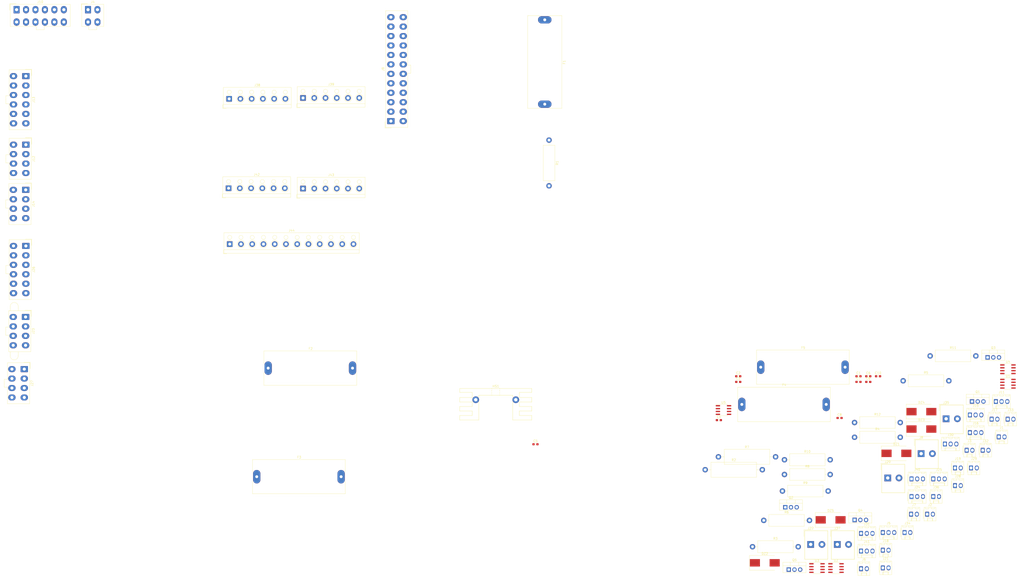
<source format=kicad_pcb>
(kicad_pcb (version 20171130) (host pcbnew "(5.1.5)-3")
  (layers (0 F.Cu signal) (31 B.Cu signal) (34 B.Paste user) (35 F.Paste user) (36 B.SilkS user) (37 F.SilkS user) (38 B.Mask user) (39 F.Mask user) (44 Edge.Cuts user))
  (net 0 "")
  (net 1 "Net-(C1-Pad2)")
  (net 2 GND)
  (net 3 +5V)
  (net 4 "Net-(C3-Pad2)")
  (net 5 "Net-(C4-Pad2)")
  (net 6 "Net-(C7-Pad2)")
  (net 7 "Net-(C8-Pad2)")
  (net 8 "Net-(DZ1-Pad1)")
  (net 9 "Net-(DZ2-Pad1)")
  (net 10 "Net-(DZ3-Pad1)")
  (net 11 "Net-(DZ4-Pad1)")
  (net 12 "Net-(DZ5-Pad1)")
  (net 13 +12V1)
  (net 14 +12V2)
  (net 15 +12V3)
  (net 16 +3.3V)
  (net 17 PS_ON)
  (net 18 +5VSB)
  (net 19 "Net-(J3-Pad2)")
  (net 20 "Net-(J5-Pad2)")
  (net 21 "Net-(J5-Pad1)")
  (net 22 "Net-(J6-Pad1)")
  (net 23 "Net-(J7-Pad1)")
  (net 24 12V1-)
  (net 25 PWR_OK)
  (net 26 -12V)
  (net 27 -5V)
  (net 28 "Net-(J11-Pad2)")
  (net 29 "Net-(J15-Pad1)")
  (net 30 "Net-(J15-Pad2)")
  (net 31 "Net-(J16-Pad2)")
  (net 32 "Net-(J16-Pad1)")
  (net 33 "Net-(J17-Pad1)")
  (net 34 "Net-(J18-Pad1)")
  (net 35 "Net-(J19-Pad1)")
  (net 36 12V2-)
  (net 37 "Net-(J21-Pad1)")
  (net 38 12V3-)
  (net 39 "Net-(J24-Pad2)")
  (net 40 "Net-(J25-Pad2)")
  (net 41 "Net-(J30-Pad2)")
  (net 42 "Net-(J30-Pad1)")
  (net 43 "Net-(J31-Pad1)")
  (net 44 "Net-(J31-Pad2)")
  (net 45 "Net-(J32-Pad1)")
  (net 46 "Net-(J33-Pad1)")
  (net 47 5V-)
  (net 48 "Net-(J34-Pad1)")
  (net 49 "Net-(J36-Pad1)")
  (net 50 3.3V-)
  (net 51 "Net-(J40-Pad2)")
  (net 52 "Net-(J41-Pad2)")
  (module Capacitor_SMD:C_0603_1608Metric_Pad1.05x0.95mm_HandSolder (layer F.Cu) (at 395.795001 183.255001)
    (fp_text reference C1 (at 0 -1.43) (layer F.SilkS))
    (fp_text value 1nF)
    (pad 2 smd roundrect (at 0.875 0) (size 1.05 0.95) (layers F.Cu F.Paste F.Mask) (net 1 "Net-(C1-Pad2)"))
    (pad 1 smd roundrect (at -0.875 0) (size 1.05 0.95) (layers F.Cu F.Paste F.Mask) (net 2 GND))
  )
  (module Capacitor_SMD:C_0603_1608Metric_Pad1.05x0.95mm_HandSolder (layer F.Cu) (at 342.345001 183.255001)
    (fp_text reference C2 (at 0 -1.43) (layer F.SilkS))
    (fp_text value 0.1uF)
    (pad 1 smd roundrect (at -0.875 0) (size 1.05 0.95) (layers F.Cu F.Paste F.Mask) (net 2 GND))
    (pad 2 smd roundrect (at 0.875 0) (size 1.05 0.95) (layers F.Cu F.Paste F.Mask) (net 3 +5V))
  )
  (module Capacitor_SMD:C_0603_1608Metric_Pad1.05x0.95mm_HandSolder (layer F.Cu) (at 342.345001 185.765001)
    (fp_text reference C3 (at 0 -1.43) (layer F.SilkS))
    (fp_text value 1nF)
    (pad 2 smd roundrect (at 0.875 0) (size 1.05 0.95) (layers F.Cu F.Paste F.Mask) (net 4 "Net-(C3-Pad2)"))
    (pad 1 smd roundrect (at -0.875 0) (size 1.05 0.95) (layers F.Cu F.Paste F.Mask) (net 2 GND))
  )
  (module Capacitor_SMD:C_0603_1608Metric_Pad1.05x0.95mm_HandSolder (layer F.Cu) (at 333.745001 202.755001)
    (fp_text reference C4 (at 0 -1.43) (layer F.SilkS))
    (fp_text value 1nF)
    (pad 2 smd roundrect (at 0.875 0) (size 1.05 0.95) (layers F.Cu F.Paste F.Mask) (net 5 "Net-(C4-Pad2)"))
    (pad 1 smd roundrect (at -0.875 0) (size 1.05 0.95) (layers F.Cu F.Paste F.Mask) (net 2 GND))
  )
  (module Capacitor_SMD:C_0603_1608Metric_Pad1.05x0.95mm_HandSolder (layer F.Cu) (at 252.228501 213.476501)
    (fp_text reference C5 (at 0 -1.43) (layer F.SilkS))
    (fp_text value 0.1uF)
    (pad 1 smd roundrect (at -0.875 0) (size 1.05 0.95) (layers F.Cu F.Paste F.Mask) (net 2 GND))
    (pad 2 smd roundrect (at 0.875 0) (size 1.05 0.95) (layers F.Cu F.Paste F.Mask) (net 3 +5V))
  )
  (module Capacitor_SMD:C_0603_1608Metric_Pad1.05x0.95mm_HandSolder (layer F.Cu) (at 400.145001 183.255001)
    (fp_text reference C6 (at 0 -1.43) (layer F.SilkS))
    (fp_text value 0.1uF)
    (pad 1 smd roundrect (at -0.875 0) (size 1.05 0.95) (layers F.Cu F.Paste F.Mask) (net 2 GND))
    (pad 2 smd roundrect (at 0.875 0) (size 1.05 0.95) (layers F.Cu F.Paste F.Mask) (net 3 +5V))
  )
  (module Capacitor_SMD:C_0603_1608Metric_Pad1.05x0.95mm_HandSolder (layer F.Cu) (at 395.795001 185.765001)
    (fp_text reference C7 (at 0 -1.43) (layer F.SilkS))
    (fp_text value 1nF)
    (pad 1 smd roundrect (at -0.875 0) (size 1.05 0.95) (layers F.Cu F.Paste F.Mask) (net 2 GND))
    (pad 2 smd roundrect (at 0.875 0) (size 1.05 0.95) (layers F.Cu F.Paste F.Mask) (net 6 "Net-(C7-Pad2)"))
  )
  (module Capacitor_SMD:C_0603_1608Metric_Pad1.05x0.95mm_HandSolder (layer F.Cu) (at 387.395001 201.805001)
    (fp_text reference C8 (at 0 -1.43) (layer F.SilkS))
    (fp_text value 1nF)
    (pad 2 smd roundrect (at 0.875 0) (size 1.05 0.95) (layers F.Cu F.Paste F.Mask) (net 7 "Net-(C8-Pad2)"))
    (pad 1 smd roundrect (at -0.875 0) (size 1.05 0.95) (layers F.Cu F.Paste F.Mask) (net 2 GND))
  )
  (module Capacitor_SMD:C_0603_1608Metric_Pad1.05x0.95mm_HandSolder (layer F.Cu) (at 400.145001 185.765001)
    (fp_text reference C9 (at 0 -1.43) (layer F.SilkS))
    (fp_text value 0.1uF)
    (pad 1 smd roundrect (at -0.875 0) (size 1.05 0.95) (layers F.Cu F.Paste F.Mask) (net 2 GND))
    (pad 2 smd roundrect (at 0.875 0) (size 1.05 0.95) (layers F.Cu F.Paste F.Mask) (net 3 +5V))
  )
  (module Capacitor_SMD:C_0603_1608Metric_Pad1.05x0.95mm_HandSolder (layer F.Cu) (at 404.495001 183.255001)
    (fp_text reference C10 (at 0 -1.43) (layer F.SilkS))
    (fp_text value 0.1uF)
    (pad 2 smd roundrect (at 0.875 0) (size 1.05 0.95) (layers F.Cu F.Paste F.Mask) (net 3 +5V))
    (pad 1 smd roundrect (at -0.875 0) (size 1.05 0.95) (layers F.Cu F.Paste F.Mask) (net 2 GND))
  )
  (module Diode_SMD:D_SMC_Handsoldering (layer F.Cu) (at 412.665001 217.525001)
    (fp_text reference DZ1 (at 0 -4.1) (layer F.SilkS))
    (fp_text value D_Zener_ALT)
    (pad 1 smd rect (at -4.4 0 90) (size 3.3 4.5) (layers F.Cu F.Paste F.Mask) (net 8 "Net-(DZ1-Pad1)"))
    (pad 2 smd rect (at 4.4 0 90) (size 3.3 4.5) (layers F.Cu F.Paste F.Mask) (net 2 GND))
  )
  (module Diode_SMD:D_SMC_Handsoldering (layer F.Cu) (at 354.145001 266.175001)
    (fp_text reference DZ2 (at 0 -4.1) (layer F.SilkS))
    (fp_text value D_Zener_ALT)
    (pad 1 smd rect (at -4.4 0 90) (size 3.3 4.5) (layers F.Cu F.Paste F.Mask) (net 9 "Net-(DZ2-Pad1)"))
    (pad 2 smd rect (at 4.4 0 90) (size 3.3 4.5) (layers F.Cu F.Paste F.Mask) (net 2 GND))
  )
  (module Diode_SMD:D_SMC_Handsoldering (layer F.Cu) (at 423.765001 206.725001)
    (fp_text reference DZ3 (at 0 -4.1) (layer F.SilkS))
    (fp_text value D_Zener_ALT)
    (pad 2 smd rect (at 4.4 0 90) (size 3.3 4.5) (layers F.Cu F.Paste F.Mask) (net 2 GND))
    (pad 1 smd rect (at -4.4 0 90) (size 3.3 4.5) (layers F.Cu F.Paste F.Mask) (net 10 "Net-(DZ3-Pad1)"))
  )
  (module Diode_SMD:D_SMC_Handsoldering (layer F.Cu) (at 423.765001 198.975001)
    (fp_text reference DZ4 (at 0 -4.1) (layer F.SilkS))
    (fp_text value D_Zener_ALT)
    (pad 2 smd rect (at 4.4 0 90) (size 3.3 4.5) (layers F.Cu F.Paste F.Mask) (net 2 GND))
    (pad 1 smd rect (at -4.4 0 90) (size 3.3 4.5) (layers F.Cu F.Paste F.Mask) (net 11 "Net-(DZ4-Pad1)"))
  )
  (module Diode_SMD:D_SMC_Handsoldering (layer F.Cu) (at 383.415001 247.075001)
    (fp_text reference DZ5 (at 0 -4.1) (layer F.SilkS))
    (fp_text value D_Zener_ALT)
    (pad 1 smd rect (at -4.4 0 90) (size 3.3 4.5) (layers F.Cu F.Paste F.Mask) (net 12 "Net-(DZ5-Pad1)"))
    (pad 2 smd rect (at 4.4 0 90) (size 3.3 4.5) (layers F.Cu F.Paste F.Mask) (net 2 GND))
  )
  (module Fuse:Fuseholder_Cylinder-6.3x32mm_Schurter_0031-8002_Horizontal_Open (layer F.Cu) (at 256.3495 24.8285 270)
    (fp_text reference F1 (at 18.85 -8.65 90) (layer F.SilkS))
    (fp_text value 10A)
    (pad "" np_thru_hole circle (at 18.75 0 270) (size 3.2 3.2) (drill 3.2) (layers *.Cu *.Mask))
    (pad 2 thru_hole oval (at 37.5 0 270) (size 3.25 6) (drill 1.3) (layers *.Cu *.Mask) (net 8 "Net-(DZ1-Pad1)"))
    (pad 1 thru_hole oval (at 0 0 270) (size 3.25 6) (drill 1.3) (layers *.Cu *.Mask) (net 13 +12V1))
  )
  (module Fuse:Fuseholder_Cylinder-6.3x32mm_Schurter_0031-8002_Horizontal_Open (layer F.Cu) (at 133.4135 179.6415)
    (fp_text reference F2 (at 18.85 -8.65) (layer F.SilkS))
    (fp_text value 10A)
    (pad 1 thru_hole oval (at 0 0) (size 3.25 6) (drill 1.3) (layers *.Cu *.Mask) (net 14 +12V2))
    (pad 2 thru_hole oval (at 37.5 0) (size 3.25 6) (drill 1.3) (layers *.Cu *.Mask) (net 9 "Net-(DZ2-Pad1)"))
    (pad "" np_thru_hole circle (at 18.75 0) (size 3.2 3.2) (drill 3.2) (layers *.Cu *.Mask))
  )
  (module Fuse:Fuseholder_Cylinder-6.3x32mm_Schurter_0031-8002_Horizontal_Open (layer F.Cu) (at 128.3335 227.9015)
    (fp_text reference F3 (at 18.85 -8.65) (layer F.SilkS))
    (fp_text value 10A)
    (pad "" np_thru_hole circle (at 18.75 0) (size 3.2 3.2) (drill 3.2) (layers *.Cu *.Mask))
    (pad 2 thru_hole oval (at 37.5 0) (size 3.25 6) (drill 1.3) (layers *.Cu *.Mask) (net 10 "Net-(DZ3-Pad1)"))
    (pad 1 thru_hole oval (at 0 0) (size 3.25 6) (drill 1.3) (layers *.Cu *.Mask) (net 15 +12V3))
  )
  (module Fuse:Fuseholder_Cylinder-6.3x32mm_Schurter_0031-8002_Horizontal_Open (layer F.Cu) (at 343.945001 195.775001)
    (fp_text reference F4 (at 18.85 -8.65) (layer F.SilkS))
    (fp_text value 10A)
    (pad "" np_thru_hole circle (at 18.75 0) (size 3.2 3.2) (drill 3.2) (layers *.Cu *.Mask))
    (pad 2 thru_hole oval (at 37.5 0) (size 3.25 6) (drill 1.3) (layers *.Cu *.Mask) (net 11 "Net-(DZ4-Pad1)"))
    (pad 1 thru_hole oval (at 0 0) (size 3.25 6) (drill 1.3) (layers *.Cu *.Mask) (net 3 +5V))
  )
  (module Fuse:Fuseholder_Cylinder-6.3x32mm_Schurter_0031-8002_Horizontal_Open (layer F.Cu) (at 352.345001 179.225001)
    (fp_text reference F5 (at 18.85 -8.65) (layer F.SilkS))
    (fp_text value 10A)
    (pad 1 thru_hole oval (at 0 0) (size 3.25 6) (drill 1.3) (layers *.Cu *.Mask) (net 16 +3.3V))
    (pad 2 thru_hole oval (at 37.5 0) (size 3.25 6) (drill 1.3) (layers *.Cu *.Mask) (net 12 "Net-(DZ5-Pad1)"))
    (pad "" np_thru_hole circle (at 18.75 0) (size 3.2 3.2) (drill 3.2) (layers *.Cu *.Mask))
  )
  (module Heatsink:Heatsink_Stonecold_HS-132_32x14mm_2xFixation1.5mm (layer F.Cu) (at 234.578501 193.696501)
    (fp_text reference HS1 (at 0 -6) (layer F.SilkS))
    (fp_text value Heatsink)
    (pad 1 thru_hole circle (at -8.9 0) (size 3 3) (drill 1.5) (layers *.Cu *.Mask) (net 2 GND))
    (pad 1 thru_hole circle (at 8.9 0) (size 3 3) (drill 1.5) (layers *.Cu *.Mask) (net 2 GND))
  )
  (module Connector_Molex:Molex_KK-254_AE-6410-02A_1x02_P2.54mm_Vertical (layer F.Cu) (at 458.145001 210.195001)
    (fp_text reference J1 (at 1.27 -4.12) (layer F.SilkS))
    (fp_text value Fan1)
    (pad 1 thru_hole roundrect (at 0 0) (size 1.74 2.2) (drill 1.2) (layers *.Cu *.Mask) (roundrect_rratio 0.143678) (net 8 "Net-(DZ1-Pad1)"))
    (pad 2 thru_hole oval (at 2.54 0) (size 1.74 2.2) (drill 1.2) (layers *.Cu *.Mask) (net 2 GND))
  )
  (module Connector_Molex:Molex_KK-254_AE-6410-02A_1x02_P2.54mm_Vertical (layer F.Cu) (at 426.315001 244.575001)
    (fp_text reference J2 (at 1.27 -4.12) (layer F.SilkS))
    (fp_text value "Power On Switch")
    (pad 2 thru_hole oval (at 2.54 0) (size 1.74 2.2) (drill 1.2) (layers *.Cu *.Mask) (net 2 GND))
    (pad 1 thru_hole roundrect (at 0 0) (size 1.74 2.2) (drill 1.2) (layers *.Cu *.Mask) (roundrect_rratio 0.143678) (net 17 PS_ON))
  )
  (module Connector_Molex:Molex_KK-254_AE-6410-02A_1x02_P2.54mm_Vertical (layer F.Cu) (at 443.885001 216.155001)
    (fp_text reference J3 (at 1.27 -4.12) (layer F.SilkS))
    (fp_text value "Standby LED")
    (pad 1 thru_hole roundrect (at 0 0) (size 1.74 2.2) (drill 1.2) (layers *.Cu *.Mask) (roundrect_rratio 0.143678) (net 18 +5VSB))
    (pad 2 thru_hole oval (at 2.54 0) (size 1.74 2.2) (drill 1.2) (layers *.Cu *.Mask) (net 19 "Net-(J3-Pad2)"))
  )
  (module Connector_Molex:Molex_Mini-Fit_Jr_5566-04A_2x02_P4.20mm_Vertical (layer F.Cu) (at 53.34 20.32)
    (fp_text reference J4 (at 2.1 -3.45) (layer F.SilkS))
    (fp_text value "EPS12V 4Pin")
    (pad 1 thru_hole roundrect (at 0 0) (size 2.7 3.3) (drill 1.4) (layers *.Cu *.Mask) (roundrect_rratio 0.09259299999999999) (net 2 GND))
    (pad 2 thru_hole oval (at 4.2 0) (size 2.7 3.3) (drill 1.4) (layers *.Cu *.Mask) (net 2 GND))
    (pad 3 thru_hole oval (at 0 5.5) (size 2.7 3.3) (drill 1.4) (layers *.Cu *.Mask) (net 13 +12V1))
    (pad 4 thru_hole oval (at 4.2 5.5) (size 2.7 3.3) (drill 1.4) (layers *.Cu *.Mask) (net 13 +12V1))
  )
  (module Connector_Molex:Molex_KK-254_AE-6410-03A_1x03_P2.54mm_Vertical (layer F.Cu) (at 406.615001 252.725001)
    (fp_text reference J5 (at 2.54 -4.12) (layer F.SilkS))
    (fp_text value Potti)
    (pad 3 thru_hole oval (at 5.08 0) (size 1.74 2.2) (drill 1.2) (layers *.Cu *.Mask) (net 2 GND))
    (pad 2 thru_hole oval (at 2.54 0) (size 1.74 2.2) (drill 1.2) (layers *.Cu *.Mask) (net 20 "Net-(J5-Pad2)"))
    (pad 1 thru_hole roundrect (at 0 0) (size 1.74 2.2) (drill 1.2) (layers *.Cu *.Mask) (roundrect_rratio 0.143678) (net 21 "Net-(J5-Pad1)"))
  )
  (module Connector_Molex:Molex_KK-254_AE-6410-02A_1x02_P2.54mm_Vertical (layer F.Cu) (at 396.945001 268.805001)
    (fp_text reference J6 (at 1.27 -4.12) (layer F.SilkS))
    (fp_text value "LED Yellow")
    (pad 2 thru_hole oval (at 2.54 0) (size 1.74 2.2) (drill 1.2) (layers *.Cu *.Mask) (net 2 GND))
    (pad 1 thru_hole roundrect (at 0 0) (size 1.74 2.2) (drill 1.2) (layers *.Cu *.Mask) (roundrect_rratio 0.143678) (net 22 "Net-(J6-Pad1)"))
  )
  (module Connector_Molex:Molex_KK-254_AE-6410-02A_1x02_P2.54mm_Vertical (layer F.Cu) (at 419.185001 244.575001)
    (fp_text reference J7 (at 1.27 -4.12) (layer F.SilkS))
    (fp_text value "Volt Sens")
    (pad 1 thru_hole roundrect (at 0 0) (size 1.74 2.2) (drill 1.2) (layers *.Cu *.Mask) (roundrect_rratio 0.143678) (net 23 "Net-(J7-Pad1)"))
    (pad 2 thru_hole oval (at 2.54 0) (size 1.74 2.2) (drill 1.2) (layers *.Cu *.Mask) (net 24 12V1-))
  )
  (module TerminalBlock_Altech:Altech_AK300_1x02_P5.00mm_45-Degree (layer F.Cu) (at 423.650001 217.660001)
    (fp_text reference J8 (at 0 -7.2) (layer F.SilkS))
    (fp_text value "12V Out")
    (pad 2 thru_hole circle (at 5 0) (size 3 3) (drill 1.5) (layers *.Cu *.Mask) (net 24 12V1-))
    (pad 1 thru_hole rect (at 0 0) (size 3 3) (drill 1.5) (layers *.Cu *.Mask) (net 23 "Net-(J7-Pad1)"))
  )
  (module Connector_Molex:Molex_Mini-Fit_Jr_5566-24A_2x12_P4.20mm_Vertical (layer F.Cu) (at 187.96 69.85 90)
    (fp_text reference J9 (at 23.1 -3.45 90) (layer F.SilkS))
    (fp_text value "Main ATX 24Pin")
    (pad 1 thru_hole roundrect (at 0 0 90) (size 2.7 3.3) (drill 1.4) (layers *.Cu *.Mask) (roundrect_rratio 0.09259299999999999) (net 16 +3.3V))
    (pad 2 thru_hole oval (at 4.2 0 90) (size 2.7 3.3) (drill 1.4) (layers *.Cu *.Mask) (net 16 +3.3V))
    (pad 3 thru_hole oval (at 8.4 0 90) (size 2.7 3.3) (drill 1.4) (layers *.Cu *.Mask) (net 2 GND))
    (pad 4 thru_hole oval (at 12.6 0 90) (size 2.7 3.3) (drill 1.4) (layers *.Cu *.Mask) (net 3 +5V))
    (pad 5 thru_hole oval (at 16.8 0 90) (size 2.7 3.3) (drill 1.4) (layers *.Cu *.Mask) (net 2 GND))
    (pad 6 thru_hole oval (at 21 0 90) (size 2.7 3.3) (drill 1.4) (layers *.Cu *.Mask) (net 3 +5V))
    (pad 7 thru_hole oval (at 25.2 0 90) (size 2.7 3.3) (drill 1.4) (layers *.Cu *.Mask) (net 2 GND))
    (pad 8 thru_hole oval (at 29.4 0 90) (size 2.7 3.3) (drill 1.4) (layers *.Cu *.Mask) (net 25 PWR_OK))
    (pad 9 thru_hole oval (at 33.6 0 90) (size 2.7 3.3) (drill 1.4) (layers *.Cu *.Mask) (net 18 +5VSB))
    (pad 10 thru_hole oval (at 37.8 0 90) (size 2.7 3.3) (drill 1.4) (layers *.Cu *.Mask) (net 13 +12V1))
    (pad 11 thru_hole oval (at 42 0 90) (size 2.7 3.3) (drill 1.4) (layers *.Cu *.Mask) (net 13 +12V1))
    (pad 12 thru_hole oval (at 46.2 0 90) (size 2.7 3.3) (drill 1.4) (layers *.Cu *.Mask) (net 16 +3.3V))
    (pad 13 thru_hole oval (at 0 5.5 90) (size 2.7 3.3) (drill 1.4) (layers *.Cu *.Mask) (net 16 +3.3V))
    (pad 14 thru_hole oval (at 4.2 5.5 90) (size 2.7 3.3) (drill 1.4) (layers *.Cu *.Mask) (net 26 -12V))
    (pad 15 thru_hole oval (at 8.4 5.5 90) (size 2.7 3.3) (drill 1.4) (layers *.Cu *.Mask) (net 2 GND))
    (pad 16 thru_hole oval (at 12.6 5.5 90) (size 2.7 3.3) (drill 1.4) (layers *.Cu *.Mask) (net 17 PS_ON))
    (pad 17 thru_hole oval (at 16.8 5.5 90) (size 2.7 3.3) (drill 1.4) (layers *.Cu *.Mask) (net 2 GND))
    (pad 18 thru_hole oval (at 21 5.5 90) (size 2.7 3.3) (drill 1.4) (layers *.Cu *.Mask) (net 2 GND))
    (pad 19 thru_hole oval (at 25.2 5.5 90) (size 2.7 3.3) (drill 1.4) (layers *.Cu *.Mask) (net 2 GND))
    (pad 20 thru_hole oval (at 29.4 5.5 90) (size 2.7 3.3) (drill 1.4) (layers *.Cu *.Mask) (net 27 -5V))
    (pad 21 thru_hole oval (at 33.6 5.5 90) (size 2.7 3.3) (drill 1.4) (layers *.Cu *.Mask) (net 3 +5V))
    (pad 22 thru_hole oval (at 37.8 5.5 90) (size 2.7 3.3) (drill 1.4) (layers *.Cu *.Mask) (net 3 +5V))
    (pad 23 thru_hole oval (at 42 5.5 90) (size 2.7 3.3) (drill 1.4) (layers *.Cu *.Mask) (net 3 +5V))
    (pad 24 thru_hole oval (at 46.2 5.5 90) (size 2.7 3.3) (drill 1.4) (layers *.Cu *.Mask) (net 2 GND))
  )
  (module Connector_Molex:Molex_Mini-Fit_Jr_5566-12A_2x06_P4.20mm_Vertical (layer F.Cu) (at 21.59 20.32)
    (fp_text reference J10 (at 10.5 -3.45) (layer F.SilkS))
    (fp_text value "EPS12V 8 Pin")
    (pad 1 thru_hole roundrect (at 0 0) (size 2.7 3.3) (drill 1.4) (layers *.Cu *.Mask) (roundrect_rratio 0.09259299999999999) (net 2 GND))
    (pad 2 thru_hole oval (at 4.2 0) (size 2.7 3.3) (drill 1.4) (layers *.Cu *.Mask) (net 2 GND))
    (pad 3 thru_hole oval (at 8.4 0) (size 2.7 3.3) (drill 1.4) (layers *.Cu *.Mask) (net 2 GND))
    (pad 4 thru_hole oval (at 12.6 0) (size 2.7 3.3) (drill 1.4) (layers *.Cu *.Mask) (net 2 GND))
    (pad 5 thru_hole oval (at 16.8 0) (size 2.7 3.3) (drill 1.4) (layers *.Cu *.Mask) (net 13 +12V1))
    (pad 6 thru_hole oval (at 21 0) (size 2.7 3.3) (drill 1.4) (layers *.Cu *.Mask) (net 13 +12V1))
    (pad 7 thru_hole oval (at 0 5.5) (size 2.7 3.3) (drill 1.4) (layers *.Cu *.Mask) (net 13 +12V1))
    (pad 8 thru_hole oval (at 4.2 5.5) (size 2.7 3.3) (drill 1.4) (layers *.Cu *.Mask) (net 13 +12V1))
    (pad 9 thru_hole oval (at 8.4 5.5) (size 2.7 3.3) (drill 1.4) (layers *.Cu *.Mask))
    (pad 10 thru_hole oval (at 12.6 5.5) (size 2.7 3.3) (drill 1.4) (layers *.Cu *.Mask))
    (pad 11 thru_hole oval (at 16.8 5.5) (size 2.7 3.3) (drill 1.4) (layers *.Cu *.Mask))
    (pad 12 thru_hole oval (at 21 5.5) (size 2.7 3.3) (drill 1.4) (layers *.Cu *.Mask))
  )
  (module Connector_Molex:Molex_KK-254_AE-6410-03A_1x03_P2.54mm_Vertical (layer F.Cu) (at 456.865001 194.495001)
    (fp_text reference J11 (at 2.54 -4.12) (layer F.SilkS))
    (fp_text value "Current Sens")
    (pad 1 thru_hole roundrect (at 0 0) (size 1.74 2.2) (drill 1.2) (layers *.Cu *.Mask) (roundrect_rratio 0.143678) (net 3 +5V))
    (pad 2 thru_hole oval (at 2.54 0) (size 1.74 2.2) (drill 1.2) (layers *.Cu *.Mask) (net 28 "Net-(J11-Pad2)"))
    (pad 3 thru_hole oval (at 5.08 0) (size 1.74 2.2) (drill 1.2) (layers *.Cu *.Mask) (net 2 GND))
  )
  (module Connector_Molex:Molex_Mini-Fit_Jr_5566-08A_2x04_P4.20mm_Vertical (layer F.Cu) (at 25.7175 80.3275 270)
    (fp_text reference J12 (at 6.3 -3.45 90) (layer F.SilkS))
    (fp_text value "Molex: 0039281243")
    (pad 1 thru_hole roundrect (at 0 0 270) (size 2.7 3.3) (drill 1.4) (layers *.Cu *.Mask) (roundrect_rratio 0.09259299999999999) (net 2 GND))
    (pad 2 thru_hole oval (at 4.2 0 270) (size 2.7 3.3) (drill 1.4) (layers *.Cu *.Mask) (net 2 GND))
    (pad 3 thru_hole oval (at 8.4 0 270) (size 2.7 3.3) (drill 1.4) (layers *.Cu *.Mask) (net 2 GND))
    (pad 4 thru_hole oval (at 12.6 0 270) (size 2.7 3.3) (drill 1.4) (layers *.Cu *.Mask) (net 14 +12V2))
    (pad 5 thru_hole oval (at 0 5.5 270) (size 2.7 3.3) (drill 1.4) (layers *.Cu *.Mask) (net 14 +12V2))
    (pad 6 thru_hole oval (at 4.2 5.5 270) (size 2.7 3.3) (drill 1.4) (layers *.Cu *.Mask) (net 14 +12V2))
    (pad 7 thru_hole oval (at 8.4 5.5 270) (size 2.7 3.3) (drill 1.4) (layers *.Cu *.Mask))
    (pad 8 thru_hole oval (at 12.6 5.5 270) (size 2.7 3.3) (drill 1.4) (layers *.Cu *.Mask))
  )
  (module Connector_Molex:Molex_Mini-Fit_Jr_5566-12A_2x06_P4.20mm_Vertical (layer F.Cu) (at 25.7175 49.8475 270)
    (fp_text reference J13 (at 10.5 -3.45 90) (layer F.SilkS))
    (fp_text value "Molex: 0039281243")
    (pad 12 thru_hole oval (at 21 5.5 270) (size 2.7 3.3) (drill 1.4) (layers *.Cu *.Mask) (net 14 +12V2))
    (pad 11 thru_hole oval (at 16.8 5.5 270) (size 2.7 3.3) (drill 1.4) (layers *.Cu *.Mask) (net 14 +12V2))
    (pad 10 thru_hole oval (at 12.6 5.5 270) (size 2.7 3.3) (drill 1.4) (layers *.Cu *.Mask) (net 14 +12V2))
    (pad 9 thru_hole oval (at 8.4 5.5 270) (size 2.7 3.3) (drill 1.4) (layers *.Cu *.Mask) (net 14 +12V2))
    (pad 8 thru_hole oval (at 4.2 5.5 270) (size 2.7 3.3) (drill 1.4) (layers *.Cu *.Mask) (net 14 +12V2))
    (pad 7 thru_hole oval (at 0 5.5 270) (size 2.7 3.3) (drill 1.4) (layers *.Cu *.Mask) (net 14 +12V2))
    (pad 6 thru_hole oval (at 21 0 270) (size 2.7 3.3) (drill 1.4) (layers *.Cu *.Mask) (net 2 GND))
    (pad 5 thru_hole oval (at 16.8 0 270) (size 2.7 3.3) (drill 1.4) (layers *.Cu *.Mask) (net 2 GND))
    (pad 4 thru_hole oval (at 12.6 0 270) (size 2.7 3.3) (drill 1.4) (layers *.Cu *.Mask) (net 2 GND))
    (pad 3 thru_hole oval (at 8.4 0 270) (size 2.7 3.3) (drill 1.4) (layers *.Cu *.Mask) (net 2 GND))
    (pad 2 thru_hole oval (at 4.2 0 270) (size 2.7 3.3) (drill 1.4) (layers *.Cu *.Mask) (net 2 GND))
    (pad 1 thru_hole roundrect (at 0 0 270) (size 2.7 3.3) (drill 1.4) (layers *.Cu *.Mask) (roundrect_rratio 0.09259299999999999) (net 2 GND))
  )
  (module Connector_Molex:Molex_Mini-Fit_Jr_5566-08A_2x04_P4.20mm_Vertical (layer F.Cu) (at 25.654 100.3935 270)
    (fp_text reference J14 (at 6.3 -3.45 90) (layer F.SilkS))
    (fp_text value "Molex: 0039281243")
    (pad 8 thru_hole oval (at 12.6 5.5 270) (size 2.7 3.3) (drill 1.4) (layers *.Cu *.Mask))
    (pad 7 thru_hole oval (at 8.4 5.5 270) (size 2.7 3.3) (drill 1.4) (layers *.Cu *.Mask))
    (pad 6 thru_hole oval (at 4.2 5.5 270) (size 2.7 3.3) (drill 1.4) (layers *.Cu *.Mask) (net 14 +12V2))
    (pad 5 thru_hole oval (at 0 5.5 270) (size 2.7 3.3) (drill 1.4) (layers *.Cu *.Mask) (net 14 +12V2))
    (pad 4 thru_hole oval (at 12.6 0 270) (size 2.7 3.3) (drill 1.4) (layers *.Cu *.Mask) (net 14 +12V2))
    (pad 3 thru_hole oval (at 8.4 0 270) (size 2.7 3.3) (drill 1.4) (layers *.Cu *.Mask) (net 2 GND))
    (pad 2 thru_hole oval (at 4.2 0 270) (size 2.7 3.3) (drill 1.4) (layers *.Cu *.Mask) (net 2 GND))
    (pad 1 thru_hole roundrect (at 0 0 270) (size 2.7 3.3) (drill 1.4) (layers *.Cu *.Mask) (roundrect_rratio 0.09259299999999999) (net 2 GND))
  )
  (module Connector_Molex:Molex_KK-254_AE-6410-03A_1x03_P2.54mm_Vertical (layer F.Cu) (at 445.315001 200.455001)
    (fp_text reference J15 (at 2.54 -4.12) (layer F.SilkS))
    (fp_text value Potti)
    (pad 1 thru_hole roundrect (at 0 0) (size 1.74 2.2) (drill 1.2) (layers *.Cu *.Mask) (roundrect_rratio 0.143678) (net 29 "Net-(J15-Pad1)"))
    (pad 2 thru_hole oval (at 2.54 0) (size 1.74 2.2) (drill 1.2) (layers *.Cu *.Mask) (net 30 "Net-(J15-Pad2)"))
    (pad 3 thru_hole oval (at 5.08 0) (size 1.74 2.2) (drill 1.2) (layers *.Cu *.Mask) (net 2 GND))
  )
  (module Connector_Molex:Molex_KK-254_AE-6410-03A_1x03_P2.54mm_Vertical (layer F.Cu) (at 445.315001 208.305001)
    (fp_text reference J16 (at 2.54 -4.12) (layer F.SilkS))
    (fp_text value Potti)
    (pad 3 thru_hole oval (at 5.08 0) (size 1.74 2.2) (drill 1.2) (layers *.Cu *.Mask) (net 2 GND))
    (pad 2 thru_hole oval (at 2.54 0) (size 1.74 2.2) (drill 1.2) (layers *.Cu *.Mask) (net 31 "Net-(J16-Pad2)"))
    (pad 1 thru_hole roundrect (at 0 0) (size 1.74 2.2) (drill 1.2) (layers *.Cu *.Mask) (roundrect_rratio 0.143678) (net 32 "Net-(J16-Pad1)"))
  )
  (module Connector_Molex:Molex_KK-254_AE-6410-02A_1x02_P2.54mm_Vertical (layer F.Cu) (at 454.985001 202.345001)
    (fp_text reference J17 (at 1.27 -4.12) (layer F.SilkS))
    (fp_text value "LED Yellow")
    (pad 1 thru_hole roundrect (at 0 0) (size 1.74 2.2) (drill 1.2) (layers *.Cu *.Mask) (roundrect_rratio 0.143678) (net 33 "Net-(J17-Pad1)"))
    (pad 2 thru_hole oval (at 2.54 0) (size 1.74 2.2) (drill 1.2) (layers *.Cu *.Mask) (net 2 GND))
  )
  (module Connector_Molex:Molex_KK-254_AE-6410-02A_1x02_P2.54mm_Vertical (layer F.Cu) (at 406.615001 260.575001)
    (fp_text reference J18 (at 1.27 -4.12) (layer F.SilkS))
    (fp_text value "LED Yellow")
    (pad 2 thru_hole oval (at 2.54 0) (size 1.74 2.2) (drill 1.2) (layers *.Cu *.Mask) (net 2 GND))
    (pad 1 thru_hole roundrect (at 0 0) (size 1.74 2.2) (drill 1.2) (layers *.Cu *.Mask) (roundrect_rratio 0.143678) (net 34 "Net-(J18-Pad1)"))
  )
  (module Connector_Molex:Molex_KK-254_AE-6410-02A_1x02_P2.54mm_Vertical (layer F.Cu) (at 438.705001 224.005001)
    (fp_text reference J19 (at 1.27 -4.12) (layer F.SilkS))
    (fp_text value "Volt Sens")
    (pad 1 thru_hole roundrect (at 0 0) (size 1.74 2.2) (drill 1.2) (layers *.Cu *.Mask) (roundrect_rratio 0.143678) (net 35 "Net-(J19-Pad1)"))
    (pad 2 thru_hole oval (at 2.54 0) (size 1.74 2.2) (drill 1.2) (layers *.Cu *.Mask) (net 36 12V2-))
  )
  (module TerminalBlock_Altech:Altech_AK300_1x02_P5.00mm_45-Degree (layer F.Cu) (at 408.800001 228.460001)
    (fp_text reference J20 (at 0 -7.2) (layer F.SilkS))
    (fp_text value "12V Out")
    (pad 1 thru_hole rect (at 0 0) (size 3 3) (drill 1.5) (layers *.Cu *.Mask) (net 35 "Net-(J19-Pad1)"))
    (pad 2 thru_hole circle (at 5 0) (size 3 3) (drill 1.5) (layers *.Cu *.Mask) (net 36 12V2-))
  )
  (module Connector_Molex:Molex_KK-254_AE-6410-02A_1x02_P2.54mm_Vertical (layer F.Cu) (at 406.615001 268.425001)
    (fp_text reference J21 (at 1.27 -4.12) (layer F.SilkS))
    (fp_text value "Volt Sens")
    (pad 1 thru_hole roundrect (at 0 0) (size 1.74 2.2) (drill 1.2) (layers *.Cu *.Mask) (roundrect_rratio 0.143678) (net 37 "Net-(J21-Pad1)"))
    (pad 2 thru_hole oval (at 2.54 0) (size 1.74 2.2) (drill 1.2) (layers *.Cu *.Mask) (net 38 12V3-))
  )
  (module TerminalBlock_Altech:Altech_AK300_1x02_P5.00mm_45-Degree (layer F.Cu) (at 374.550001 258.010001)
    (fp_text reference J22 (at 0 -7.2) (layer F.SilkS))
    (fp_text value "12V Out")
    (pad 2 thru_hole circle (at 5 0) (size 3 3) (drill 1.5) (layers *.Cu *.Mask) (net 38 12V3-))
    (pad 1 thru_hole rect (at 0 0) (size 3 3) (drill 1.5) (layers *.Cu *.Mask) (net 37 "Net-(J21-Pad1)"))
  )
  (module Connector_Molex:Molex_Mini-Fit_Jr_5566-08A2_2x04_P4.20mm_Vertical (layer F.Cu) (at 25.5905 156.9085 270)
    (fp_text reference J23 (at 6.3 -3.45 90) (layer F.SilkS))
    (fp_text value "Molex: 0039281243")
    (pad 1 thru_hole roundrect (at 0 0 270) (size 2.7 3.3) (drill 1.4) (layers *.Cu *.Mask) (roundrect_rratio 0.09259299999999999) (net 2 GND))
    (pad 2 thru_hole oval (at 4.2 0 270) (size 2.7 3.3) (drill 1.4) (layers *.Cu *.Mask) (net 2 GND))
    (pad 3 thru_hole oval (at 8.4 0 270) (size 2.7 3.3) (drill 1.4) (layers *.Cu *.Mask) (net 2 GND))
    (pad 4 thru_hole oval (at 12.6 0 270) (size 2.7 3.3) (drill 1.4) (layers *.Cu *.Mask) (net 15 +12V3))
    (pad 5 thru_hole oval (at 0 5.5 270) (size 2.7 3.3) (drill 1.4) (layers *.Cu *.Mask) (net 15 +12V3))
    (pad 6 thru_hole oval (at 4.2 5.5 270) (size 2.7 3.3) (drill 1.4) (layers *.Cu *.Mask) (net 15 +12V3))
    (pad 7 thru_hole oval (at 8.4 5.5 270) (size 2.7 3.3) (drill 1.4) (layers *.Cu *.Mask))
    (pad 8 thru_hole oval (at 12.6 5.5 270) (size 2.7 3.3) (drill 1.4) (layers *.Cu *.Mask))
    (pad "" np_thru_hole circle (at -4.7 5.04 270) (size 3 3) (drill 3) (layers *.Cu *.Mask))
    (pad "" np_thru_hole circle (at 17.3 5.04 270) (size 3 3) (drill 3) (layers *.Cu *.Mask))
  )
  (module Connector_Molex:Molex_KK-254_AE-6410-03A_1x03_P2.54mm_Vertical (layer F.Cu) (at 419.365001 236.725001)
    (fp_text reference J24 (at 2.54 -4.12) (layer F.SilkS))
    (fp_text value "Current Sens")
    (pad 1 thru_hole roundrect (at 0 0) (size 1.74 2.2) (drill 1.2) (layers *.Cu *.Mask) (roundrect_rratio 0.143678) (net 3 +5V))
    (pad 2 thru_hole oval (at 2.54 0) (size 1.74 2.2) (drill 1.2) (layers *.Cu *.Mask) (net 39 "Net-(J24-Pad2)"))
    (pad 3 thru_hole oval (at 5.08 0) (size 1.74 2.2) (drill 1.2) (layers *.Cu *.Mask) (net 2 GND))
  )
  (module Connector_Molex:Molex_KK-254_AE-6410-03A_1x03_P2.54mm_Vertical (layer F.Cu) (at 429.035001 228.875001)
    (fp_text reference J25 (at 2.54 -4.12) (layer F.SilkS))
    (fp_text value "Current Sens")
    (pad 3 thru_hole oval (at 5.08 0) (size 1.74 2.2) (drill 1.2) (layers *.Cu *.Mask) (net 2 GND))
    (pad 2 thru_hole oval (at 2.54 0) (size 1.74 2.2) (drill 1.2) (layers *.Cu *.Mask) (net 40 "Net-(J25-Pad2)"))
    (pad 1 thru_hole roundrect (at 0 0) (size 1.74 2.2) (drill 1.2) (layers *.Cu *.Mask) (roundrect_rratio 0.143678) (net 3 +5V))
  )
  (module Connector_Molex:Molex_Mini-Fit_Jr_5566-12A_2x06_P4.20mm_Vertical (layer F.Cu) (at 25.7175 125.331 270)
    (fp_text reference J26 (at 10.5 -3.45 90) (layer F.SilkS))
    (fp_text value "Molex: 0039281243")
    (pad 1 thru_hole roundrect (at 0 0 270) (size 2.7 3.3) (drill 1.4) (layers *.Cu *.Mask) (roundrect_rratio 0.09259299999999999) (net 2 GND))
    (pad 2 thru_hole oval (at 4.2 0 270) (size 2.7 3.3) (drill 1.4) (layers *.Cu *.Mask) (net 2 GND))
    (pad 3 thru_hole oval (at 8.4 0 270) (size 2.7 3.3) (drill 1.4) (layers *.Cu *.Mask) (net 2 GND))
    (pad 4 thru_hole oval (at 12.6 0 270) (size 2.7 3.3) (drill 1.4) (layers *.Cu *.Mask) (net 2 GND))
    (pad 5 thru_hole oval (at 16.8 0 270) (size 2.7 3.3) (drill 1.4) (layers *.Cu *.Mask) (net 2 GND))
    (pad 6 thru_hole oval (at 21 0 270) (size 2.7 3.3) (drill 1.4) (layers *.Cu *.Mask) (net 2 GND))
    (pad 7 thru_hole oval (at 0 5.5 270) (size 2.7 3.3) (drill 1.4) (layers *.Cu *.Mask) (net 15 +12V3))
    (pad 8 thru_hole oval (at 4.2 5.5 270) (size 2.7 3.3) (drill 1.4) (layers *.Cu *.Mask) (net 15 +12V3))
    (pad 9 thru_hole oval (at 8.4 5.5 270) (size 2.7 3.3) (drill 1.4) (layers *.Cu *.Mask) (net 15 +12V3))
    (pad 10 thru_hole oval (at 12.6 5.5 270) (size 2.7 3.3) (drill 1.4) (layers *.Cu *.Mask) (net 15 +12V3))
    (pad 11 thru_hole oval (at 16.8 5.5 270) (size 2.7 3.3) (drill 1.4) (layers *.Cu *.Mask) (net 15 +12V3))
    (pad 12 thru_hole oval (at 21 5.5 270) (size 2.7 3.3) (drill 1.4) (layers *.Cu *.Mask) (net 15 +12V3))
  )
  (module Connector_Molex:Molex_Mini-Fit_Jr_5566-08A_2x04_P4.20mm_Vertical (layer F.Cu) (at 25.019 180.086 270)
    (fp_text reference J27 (at 6.3 -3.45 90) (layer F.SilkS))
    (fp_text value "Molex: 0039281243")
    (pad 1 thru_hole roundrect (at 0 0 270) (size 2.7 3.3) (drill 1.4) (layers *.Cu *.Mask) (roundrect_rratio 0.09259299999999999) (net 2 GND))
    (pad 2 thru_hole oval (at 4.2 0 270) (size 2.7 3.3) (drill 1.4) (layers *.Cu *.Mask) (net 2 GND))
    (pad 3 thru_hole oval (at 8.4 0 270) (size 2.7 3.3) (drill 1.4) (layers *.Cu *.Mask) (net 2 GND))
    (pad 4 thru_hole oval (at 12.6 0 270) (size 2.7 3.3) (drill 1.4) (layers *.Cu *.Mask) (net 15 +12V3))
    (pad 5 thru_hole oval (at 0 5.5 270) (size 2.7 3.3) (drill 1.4) (layers *.Cu *.Mask) (net 15 +12V3))
    (pad 6 thru_hole oval (at 4.2 5.5 270) (size 2.7 3.3) (drill 1.4) (layers *.Cu *.Mask) (net 15 +12V3))
    (pad 7 thru_hole oval (at 8.4 5.5 270) (size 2.7 3.3) (drill 1.4) (layers *.Cu *.Mask))
    (pad 8 thru_hole oval (at 12.6 5.5 270) (size 2.7 3.3) (drill 1.4) (layers *.Cu *.Mask))
  )
  (module Connector_Molex:Molex_KK-254_AE-6410-02A_1x02_P2.54mm_Vertical (layer F.Cu) (at 438.705001 231.855001)
    (fp_text reference J28 (at 1.27 -4.12) (layer F.SilkS))
    (fp_text value Fan1)
    (pad 2 thru_hole oval (at 2.54 0) (size 1.74 2.2) (drill 1.2) (layers *.Cu *.Mask) (net 2 GND))
    (pad 1 thru_hole roundrect (at 0 0) (size 1.74 2.2) (drill 1.2) (layers *.Cu *.Mask) (roundrect_rratio 0.143678) (net 11 "Net-(DZ4-Pad1)"))
  )
  (module Connector_Molex:Molex_KK-254_AE-6410-02A_1x02_P2.54mm_Vertical (layer F.Cu) (at 445.835001 224.005001)
    (fp_text reference J29 (at 1.27 -4.12) (layer F.SilkS))
    (fp_text value Fan1)
    (pad 2 thru_hole oval (at 2.54 0) (size 1.74 2.2) (drill 1.2) (layers *.Cu *.Mask) (net 2 GND))
    (pad 1 thru_hole roundrect (at 0 0) (size 1.74 2.2) (drill 1.2) (layers *.Cu *.Mask) (roundrect_rratio 0.143678) (net 12 "Net-(DZ5-Pad1)"))
  )
  (module Connector_Molex:Molex_KK-254_AE-6410-03A_1x03_P2.54mm_Vertical (layer F.Cu) (at 434.215001 213.375001)
    (fp_text reference J30 (at 2.54 -4.12) (layer F.SilkS))
    (fp_text value Potti)
    (pad 3 thru_hole oval (at 5.08 0) (size 1.74 2.2) (drill 1.2) (layers *.Cu *.Mask) (net 2 GND))
    (pad 2 thru_hole oval (at 2.54 0) (size 1.74 2.2) (drill 1.2) (layers *.Cu *.Mask) (net 41 "Net-(J30-Pad2)"))
    (pad 1 thru_hole roundrect (at 0 0) (size 1.74 2.2) (drill 1.2) (layers *.Cu *.Mask) (roundrect_rratio 0.143678) (net 42 "Net-(J30-Pad1)"))
  )
  (module Connector_Molex:Molex_KK-254_AE-6410-03A_1x03_P2.54mm_Vertical (layer F.Cu) (at 396.945001 253.105001)
    (fp_text reference J31 (at 2.54 -4.12) (layer F.SilkS))
    (fp_text value Potti)
    (pad 1 thru_hole roundrect (at 0 0) (size 1.74 2.2) (drill 1.2) (layers *.Cu *.Mask) (roundrect_rratio 0.143678) (net 43 "Net-(J31-Pad1)"))
    (pad 2 thru_hole oval (at 2.54 0) (size 1.74 2.2) (drill 1.2) (layers *.Cu *.Mask) (net 44 "Net-(J31-Pad2)"))
    (pad 3 thru_hole oval (at 5.08 0) (size 1.74 2.2) (drill 1.2) (layers *.Cu *.Mask) (net 2 GND))
  )
  (module Connector_Molex:Molex_KK-254_AE-6410-02A_1x02_P2.54mm_Vertical (layer F.Cu) (at 451.015001 216.155001)
    (fp_text reference J32 (at 1.27 -4.12) (layer F.SilkS))
    (fp_text value "LED Red")
    (pad 2 thru_hole oval (at 2.54 0) (size 1.74 2.2) (drill 1.2) (layers *.Cu *.Mask) (net 2 GND))
    (pad 1 thru_hole roundrect (at 0 0) (size 1.74 2.2) (drill 1.2) (layers *.Cu *.Mask) (roundrect_rratio 0.143678) (net 45 "Net-(J32-Pad1)"))
  )
  (module Connector_Molex:Molex_KK-254_AE-6410-02A_1x02_P2.54mm_Vertical (layer F.Cu) (at 462.115001 202.345001)
    (fp_text reference J33 (at 1.27 -4.12) (layer F.SilkS))
    (fp_text value "LED Orange")
    (pad 1 thru_hole roundrect (at 0 0) (size 1.74 2.2) (drill 1.2) (layers *.Cu *.Mask) (roundrect_rratio 0.143678) (net 46 "Net-(J33-Pad1)"))
    (pad 2 thru_hole oval (at 2.54 0) (size 1.74 2.2) (drill 1.2) (layers *.Cu *.Mask) (net 2 GND))
  )
  (module Connector_Molex:Molex_KK-254_AE-6410-02A_1x02_P2.54mm_Vertical (layer F.Cu) (at 416.285001 252.725001)
    (fp_text reference J34 (at 1.27 -4.12) (layer F.SilkS))
    (fp_text value "Volt Sens")
    (pad 2 thru_hole oval (at 2.54 0) (size 1.74 2.2) (drill 1.2) (layers *.Cu *.Mask) (net 47 5V-))
    (pad 1 thru_hole roundrect (at 0 0) (size 1.74 2.2) (drill 1.2) (layers *.Cu *.Mask) (roundrect_rratio 0.143678) (net 48 "Net-(J34-Pad1)"))
  )
  (module TerminalBlock_Altech:Altech_AK300_1x02_P5.00mm_45-Degree (layer F.Cu) (at 434.750001 202.160001)
    (fp_text reference J35 (at 0 -7.2) (layer F.SilkS))
    (fp_text value "5V Out")
    (pad 1 thru_hole rect (at 0 0) (size 3 3) (drill 1.5) (layers *.Cu *.Mask) (net 48 "Net-(J34-Pad1)"))
    (pad 2 thru_hole circle (at 5 0) (size 3 3) (drill 1.5) (layers *.Cu *.Mask) (net 47 5V-))
  )
  (module Connector_Molex:Molex_KK-254_AE-6410-02A_1x02_P2.54mm_Vertical (layer F.Cu) (at 429.035001 236.725001)
    (fp_text reference J36 (at 1.27 -4.12) (layer F.SilkS))
    (fp_text value "Volt Sens")
    (pad 1 thru_hole roundrect (at 0 0) (size 1.74 2.2) (drill 1.2) (layers *.Cu *.Mask) (roundrect_rratio 0.143678) (net 49 "Net-(J36-Pad1)"))
    (pad 2 thru_hole oval (at 2.54 0) (size 1.74 2.2) (drill 1.2) (layers *.Cu *.Mask) (net 50 3.3V-))
  )
  (module TerminalBlock_Altech:Altech_AK300_1x02_P5.00mm_45-Degree (layer F.Cu) (at 386.380001 258.010001)
    (fp_text reference J37 (at 0 -7.2) (layer F.SilkS))
    (fp_text value "3.3V Out")
    (pad 1 thru_hole rect (at 0 0) (size 3 3) (drill 1.5) (layers *.Cu *.Mask) (net 49 "Net-(J36-Pad1)"))
    (pad 2 thru_hole circle (at 5 0) (size 3 3) (drill 1.5) (layers *.Cu *.Mask) (net 50 3.3V-))
  )
  (module TerminalBlock_RND:TerminalBlock_RND_205-00005_1x06_P5.00mm_Horizontal (layer F.Cu) (at 116.078 59.944)
    (fp_text reference J38 (at 12.5 -6.06) (layer F.SilkS))
    (fp_text value Screw_Terminal_01x06)
    (pad 1 thru_hole rect (at 0 0) (size 2.5 2.5) (drill 1.3) (layers *.Cu *.Mask) (net 14 +12V2))
    (pad 2 thru_hole circle (at 5 0) (size 2.5 2.5) (drill 1.3) (layers *.Cu *.Mask) (net 14 +12V2))
    (pad 3 thru_hole circle (at 10 0) (size 2.5 2.5) (drill 1.3) (layers *.Cu *.Mask) (net 14 +12V2))
    (pad 4 thru_hole circle (at 15 0) (size 2.5 2.5) (drill 1.3) (layers *.Cu *.Mask) (net 14 +12V2))
    (pad 5 thru_hole circle (at 20 0) (size 2.5 2.5) (drill 1.3) (layers *.Cu *.Mask) (net 14 +12V2))
    (pad 6 thru_hole circle (at 25 0) (size 2.5 2.5) (drill 1.3) (layers *.Cu *.Mask) (net 14 +12V2))
  )
  (module TerminalBlock_RND:TerminalBlock_RND_205-00005_1x06_P5.00mm_Horizontal (layer F.Cu) (at 148.9075 59.563)
    (fp_text reference J39 (at 12.5 -6.06) (layer F.SilkS))
    (fp_text value Screw_Terminal_01x06)
    (pad 6 thru_hole circle (at 25 0) (size 2.5 2.5) (drill 1.3) (layers *.Cu *.Mask) (net 15 +12V3))
    (pad 5 thru_hole circle (at 20 0) (size 2.5 2.5) (drill 1.3) (layers *.Cu *.Mask) (net 15 +12V3))
    (pad 4 thru_hole circle (at 15 0) (size 2.5 2.5) (drill 1.3) (layers *.Cu *.Mask) (net 15 +12V3))
    (pad 3 thru_hole circle (at 10 0) (size 2.5 2.5) (drill 1.3) (layers *.Cu *.Mask) (net 15 +12V3))
    (pad 2 thru_hole circle (at 5 0) (size 2.5 2.5) (drill 1.3) (layers *.Cu *.Mask) (net 15 +12V3))
    (pad 1 thru_hole rect (at 0 0) (size 2.5 2.5) (drill 1.3) (layers *.Cu *.Mask) (net 15 +12V3))
  )
  (module Connector_Molex:Molex_KK-254_AE-6410-03A_1x03_P2.54mm_Vertical (layer F.Cu) (at 419.365001 228.875001)
    (fp_text reference J40 (at 2.54 -4.12) (layer F.SilkS))
    (fp_text value "Current Sens")
    (pad 3 thru_hole oval (at 5.08 0) (size 1.74 2.2) (drill 1.2) (layers *.Cu *.Mask) (net 2 GND))
    (pad 2 thru_hole oval (at 2.54 0) (size 1.74 2.2) (drill 1.2) (layers *.Cu *.Mask) (net 51 "Net-(J40-Pad2)"))
    (pad 1 thru_hole roundrect (at 0 0) (size 1.74 2.2) (drill 1.2) (layers *.Cu *.Mask) (roundrect_rratio 0.143678) (net 3 +5V))
  )
  (module Connector_Molex:Molex_KK-254_AE-6410-03A_1x03_P2.54mm_Vertical (layer F.Cu) (at 396.945001 260.955001)
    (fp_text reference J41 (at 2.54 -4.12) (layer F.SilkS))
    (fp_text value "Current Sens")
    (pad 1 thru_hole roundrect (at 0 0) (size 1.74 2.2) (drill 1.2) (layers *.Cu *.Mask) (roundrect_rratio 0.143678) (net 3 +5V))
    (pad 2 thru_hole oval (at 2.54 0) (size 1.74 2.2) (drill 1.2) (layers *.Cu *.Mask) (net 52 "Net-(J41-Pad2)"))
    (pad 3 thru_hole oval (at 5.08 0) (size 1.74 2.2) (drill 1.2) (layers *.Cu *.Mask) (net 2 GND))
  )
  (module TerminalBlock_RND:TerminalBlock_RND_205-00005_1x06_P5.00mm_Horizontal (layer F.Cu) (at 115.824 99.695)
    (fp_text reference J42 (at 12.5 -6.06) (layer F.SilkS))
    (fp_text value Screw_Terminal_01x06)
    (pad 1 thru_hole rect (at 0 0) (size 2.5 2.5) (drill 1.3) (layers *.Cu *.Mask) (net 3 +5V))
    (pad 2 thru_hole circle (at 5 0) (size 2.5 2.5) (drill 1.3) (layers *.Cu *.Mask) (net 3 +5V))
    (pad 3 thru_hole circle (at 10 0) (size 2.5 2.5) (drill 1.3) (layers *.Cu *.Mask) (net 3 +5V))
    (pad 4 thru_hole circle (at 15 0) (size 2.5 2.5) (drill 1.3) (layers *.Cu *.Mask) (net 3 +5V))
    (pad 5 thru_hole circle (at 20 0) (size 2.5 2.5) (drill 1.3) (layers *.Cu *.Mask) (net 3 +5V))
    (pad 6 thru_hole circle (at 25 0) (size 2.5 2.5) (drill 1.3) (layers *.Cu *.Mask) (net 3 +5V))
  )
  (module TerminalBlock_RND:TerminalBlock_RND_205-00005_1x06_P5.00mm_Horizontal (layer F.Cu) (at 148.9075 99.822)
    (fp_text reference J43 (at 12.5 -6.06) (layer F.SilkS))
    (fp_text value Screw_Terminal_01x06)
    (pad 6 thru_hole circle (at 25 0) (size 2.5 2.5) (drill 1.3) (layers *.Cu *.Mask) (net 16 +3.3V))
    (pad 5 thru_hole circle (at 20 0) (size 2.5 2.5) (drill 1.3) (layers *.Cu *.Mask) (net 16 +3.3V))
    (pad 4 thru_hole circle (at 15 0) (size 2.5 2.5) (drill 1.3) (layers *.Cu *.Mask) (net 16 +3.3V))
    (pad 3 thru_hole circle (at 10 0) (size 2.5 2.5) (drill 1.3) (layers *.Cu *.Mask) (net 16 +3.3V))
    (pad 2 thru_hole circle (at 5 0) (size 2.5 2.5) (drill 1.3) (layers *.Cu *.Mask) (net 16 +3.3V))
    (pad 1 thru_hole rect (at 0 0) (size 2.5 2.5) (drill 1.3) (layers *.Cu *.Mask) (net 16 +3.3V))
  )
  (module TerminalBlock_RND:TerminalBlock_RND_205-00011_1x12_P5.00mm_Horizontal (layer F.Cu) (at 116.332 124.5235)
    (fp_text reference J44 (at 27.5 -6.06) (layer F.SilkS))
    (fp_text value Screw_Terminal_01x12)
    (pad 1 thru_hole rect (at 0 0) (size 2.5 2.5) (drill 1.3) (layers *.Cu *.Mask) (net 2 GND))
    (pad 2 thru_hole circle (at 5 0) (size 2.5 2.5) (drill 1.3) (layers *.Cu *.Mask) (net 2 GND))
    (pad 3 thru_hole circle (at 10 0) (size 2.5 2.5) (drill 1.3) (layers *.Cu *.Mask) (net 2 GND))
    (pad 4 thru_hole circle (at 15 0) (size 2.5 2.5) (drill 1.3) (layers *.Cu *.Mask) (net 2 GND))
    (pad 5 thru_hole circle (at 20 0) (size 2.5 2.5) (drill 1.3) (layers *.Cu *.Mask) (net 2 GND))
    (pad 6 thru_hole circle (at 25 0) (size 2.5 2.5) (drill 1.3) (layers *.Cu *.Mask) (net 2 GND))
    (pad 7 thru_hole circle (at 30 0) (size 2.5 2.5) (drill 1.3) (layers *.Cu *.Mask) (net 2 GND))
    (pad 8 thru_hole circle (at 35 0) (size 2.5 2.5) (drill 1.3) (layers *.Cu *.Mask) (net 2 GND))
    (pad 9 thru_hole circle (at 40 0) (size 2.5 2.5) (drill 1.3) (layers *.Cu *.Mask) (net 2 GND))
    (pad 10 thru_hole circle (at 45 0) (size 2.5 2.5) (drill 1.3) (layers *.Cu *.Mask) (net 2 GND))
    (pad 11 thru_hole circle (at 50 0) (size 2.5 2.5) (drill 1.3) (layers *.Cu *.Mask) (net 2 GND))
    (pad 12 thru_hole circle (at 55 0) (size 2.5 2.5) (drill 1.3) (layers *.Cu *.Mask) (net 2 GND))
  )
  (module Package_TO_SOT_THT:TO-220-3_Vertical (layer F.Cu) (at 446.255001 194.475001)
    (fp_text reference Q1 (at 2.54 -4.27) (layer F.SilkS))
    (fp_text value Q_NMOS_DGS)
    (pad 1 thru_hole rect (at 0 0) (size 1.905 2) (drill 1.1) (layers *.Cu *.Mask) (net 20 "Net-(J5-Pad2)"))
    (pad 2 thru_hole oval (at 2.54 0) (size 1.905 2) (drill 1.1) (layers *.Cu *.Mask) (net 24 12V1-))
    (pad 3 thru_hole oval (at 5.08 0) (size 1.905 2) (drill 1.1) (layers *.Cu *.Mask) (net 2 GND))
  )
  (module Package_TO_SOT_THT:TO-220-3_Vertical (layer F.Cu) (at 363.255001 241.475001)
    (fp_text reference Q2 (at 2.54 -4.27) (layer F.SilkS))
    (fp_text value Q_NMOS_DGS)
    (pad 1 thru_hole rect (at 0 0) (size 1.905 2) (drill 1.1) (layers *.Cu *.Mask) (net 30 "Net-(J15-Pad2)"))
    (pad 2 thru_hole oval (at 2.54 0) (size 1.905 2) (drill 1.1) (layers *.Cu *.Mask) (net 36 12V2-))
    (pad 3 thru_hole oval (at 5.08 0) (size 1.905 2) (drill 1.1) (layers *.Cu *.Mask) (net 2 GND))
  )
  (module Package_TO_SOT_THT:TO-220-3_Vertical (layer F.Cu) (at 453.175001 174.875001)
    (fp_text reference Q3 (at 2.54 -4.27) (layer F.SilkS))
    (fp_text value Q_NMOS_DGS)
    (pad 1 thru_hole rect (at 0 0) (size 1.905 2) (drill 1.1) (layers *.Cu *.Mask) (net 31 "Net-(J16-Pad2)"))
    (pad 2 thru_hole oval (at 2.54 0) (size 1.905 2) (drill 1.1) (layers *.Cu *.Mask) (net 38 12V3-))
    (pad 3 thru_hole oval (at 5.08 0) (size 1.905 2) (drill 1.1) (layers *.Cu *.Mask) (net 2 GND))
  )
  (module Package_TO_SOT_THT:TO-220-3_Vertical (layer F.Cu) (at 394.075001 247.125001)
    (fp_text reference Q4 (at 2.54 -4.27) (layer F.SilkS))
    (fp_text value Q_NMOS_DGS)
    (pad 3 thru_hole oval (at 5.08 0) (size 1.905 2) (drill 1.1) (layers *.Cu *.Mask) (net 2 GND))
    (pad 2 thru_hole oval (at 2.54 0) (size 1.905 2) (drill 1.1) (layers *.Cu *.Mask) (net 47 5V-))
    (pad 1 thru_hole rect (at 0 0) (size 1.905 2) (drill 1.1) (layers *.Cu *.Mask) (net 41 "Net-(J30-Pad2)"))
  )
  (module Package_TO_SOT_THT:TO-220-3_Vertical (layer F.Cu) (at 364.805001 269.205001)
    (fp_text reference Q5 (at 2.54 -4.27) (layer F.SilkS))
    (fp_text value Q_NMOS_DGS)
    (pad 3 thru_hole oval (at 5.08 0) (size 1.905 2) (drill 1.1) (layers *.Cu *.Mask) (net 2 GND))
    (pad 2 thru_hole oval (at 2.54 0) (size 1.905 2) (drill 1.1) (layers *.Cu *.Mask) (net 50 3.3V-))
    (pad 1 thru_hole rect (at 0 0) (size 1.905 2) (drill 1.1) (layers *.Cu *.Mask) (net 44 "Net-(J31-Pad2)"))
  )
  (module Resistor_THT:R_Axial_DIN0516_L15.5mm_D5.0mm_P20.32mm_Horizontal (layer F.Cu) (at 258.2545 78.2955 270)
    (fp_text reference R1 (at 10.16 -3.62 90) (layer F.SilkS))
    (fp_text value 680)
    (pad 2 thru_hole oval (at 20.32 0 270) (size 2.4 2.4) (drill 1.2) (layers *.Cu *.Mask) (net 22 "Net-(J6-Pad1)"))
    (pad 1 thru_hole circle (at 0 0 270) (size 2.4 2.4) (drill 1.2) (layers *.Cu *.Mask) (net 8 "Net-(DZ1-Pad1)"))
  )
  (module Resistor_THT:R_Axial_Power_L20.0mm_W6.4mm_P25.40mm (layer F.Cu) (at 327.66 224.79)
    (fp_text reference R2 (at 12.7 -4.32) (layer F.SilkS))
    (fp_text value 20)
    (pad 1 thru_hole circle (at 0 0) (size 2.4 2.4) (drill 1.2) (layers *.Cu *.Mask) (net 8 "Net-(DZ1-Pad1)"))
    (pad 2 thru_hole oval (at 25.4 0) (size 2.4 2.4) (drill 1.2) (layers *.Cu *.Mask) (net 2 GND))
  )
  (module Resistor_THT:R_Axial_DIN0516_L15.5mm_D5.0mm_P20.32mm_Horizontal (layer F.Cu) (at 348.695001 259.025001)
    (fp_text reference R3 (at 10.16 -3.62) (layer F.SilkS))
    (fp_text value 1k)
    (pad 1 thru_hole circle (at 0 0) (size 2.4 2.4) (drill 1.2) (layers *.Cu *.Mask) (net 21 "Net-(J5-Pad1)"))
    (pad 2 thru_hole oval (at 20.32 0) (size 2.4 2.4) (drill 1.2) (layers *.Cu *.Mask) (net 8 "Net-(DZ1-Pad1)"))
  )
  (module Resistor_THT:R_Axial_DIN0516_L15.5mm_D5.0mm_P20.32mm_Horizontal (layer F.Cu) (at 394.045001 210.375001)
    (fp_text reference R4 (at 10.16 -3.62) (layer F.SilkS))
    (fp_text value 680)
    (pad 2 thru_hole oval (at 20.32 0) (size 2.4 2.4) (drill 1.2) (layers *.Cu *.Mask) (net 2 GND))
    (pad 1 thru_hole circle (at 0 0) (size 2.4 2.4) (drill 1.2) (layers *.Cu *.Mask) (net 19 "Net-(J3-Pad2)"))
  )
  (module Resistor_THT:R_Axial_DIN0516_L15.5mm_D5.0mm_P20.32mm_Horizontal (layer F.Cu) (at 415.645001 185.275001)
    (fp_text reference R5 (at 10.16 -3.62) (layer F.SilkS))
    (fp_text value 680)
    (pad 1 thru_hole circle (at 0 0) (size 2.4 2.4) (drill 1.2) (layers *.Cu *.Mask) (net 9 "Net-(DZ2-Pad1)"))
    (pad 2 thru_hole oval (at 20.32 0) (size 2.4 2.4) (drill 1.2) (layers *.Cu *.Mask) (net 33 "Net-(J17-Pad1)"))
  )
  (module Resistor_THT:R_Axial_DIN0516_L15.5mm_D5.0mm_P20.32mm_Horizontal (layer F.Cu) (at 353.695001 247.325001)
    (fp_text reference R6 (at 10.16 -3.62) (layer F.SilkS))
    (fp_text value 1k)
    (pad 2 thru_hole oval (at 20.32 0) (size 2.4 2.4) (drill 1.2) (layers *.Cu *.Mask) (net 9 "Net-(DZ2-Pad1)"))
    (pad 1 thru_hole circle (at 0 0) (size 2.4 2.4) (drill 1.2) (layers *.Cu *.Mask) (net 29 "Net-(J15-Pad1)"))
  )
  (module Resistor_THT:R_Axial_Power_L20.0mm_W6.4mm_P25.40mm (layer F.Cu) (at 333.545001 219.075001)
    (fp_text reference R7 (at 12.7 -4.32) (layer F.SilkS))
    (fp_text value 680)
    (pad 2 thru_hole oval (at 25.4 0) (size 2.4 2.4) (drill 1.2) (layers *.Cu *.Mask) (net 34 "Net-(J18-Pad1)"))
    (pad 1 thru_hole circle (at 0 0) (size 2.4 2.4) (drill 1.2) (layers *.Cu *.Mask) (net 10 "Net-(DZ3-Pad1)"))
  )
  (module Resistor_THT:R_Axial_DIN0516_L15.5mm_D5.0mm_P20.32mm_Horizontal (layer F.Cu) (at 362.895001 226.925001)
    (fp_text reference R8 (at 10.16 -3.62) (layer F.SilkS))
    (fp_text value 1k)
    (pad 1 thru_hole circle (at 0 0) (size 2.4 2.4) (drill 1.2) (layers *.Cu *.Mask) (net 32 "Net-(J16-Pad1)"))
    (pad 2 thru_hole oval (at 20.32 0) (size 2.4 2.4) (drill 1.2) (layers *.Cu *.Mask) (net 10 "Net-(DZ3-Pad1)"))
  )
  (module Resistor_THT:R_Axial_DIN0516_L15.5mm_D5.0mm_P20.32mm_Horizontal (layer F.Cu) (at 361.995001 234.275001)
    (fp_text reference R9 (at 10.16 -3.62) (layer F.SilkS))
    (fp_text value 300)
    (pad 1 thru_hole circle (at 0 0) (size 2.4 2.4) (drill 1.2) (layers *.Cu *.Mask) (net 11 "Net-(DZ4-Pad1)"))
    (pad 2 thru_hole oval (at 20.32 0) (size 2.4 2.4) (drill 1.2) (layers *.Cu *.Mask) (net 45 "Net-(J32-Pad1)"))
  )
  (module Resistor_THT:R_Axial_DIN0516_L15.5mm_D5.0mm_P20.32mm_Horizontal (layer F.Cu) (at 362.895001 220.375001)
    (fp_text reference R10 (at 10.16 -3.62) (layer F.SilkS))
    (fp_text value 1k)
    (pad 2 thru_hole oval (at 20.32 0) (size 2.4 2.4) (drill 1.2) (layers *.Cu *.Mask) (net 11 "Net-(DZ4-Pad1)"))
    (pad 1 thru_hole circle (at 0 0) (size 2.4 2.4) (drill 1.2) (layers *.Cu *.Mask) (net 42 "Net-(J30-Pad1)"))
  )
  (module Resistor_THT:R_Axial_DIN0516_L15.5mm_D5.0mm_P20.32mm_Horizontal (layer F.Cu) (at 427.645001 174.225001)
    (fp_text reference R11 (at 10.16 -3.62) (layer F.SilkS))
    (fp_text value 20)
    (pad 2 thru_hole oval (at 20.32 0) (size 2.4 2.4) (drill 1.2) (layers *.Cu *.Mask) (net 46 "Net-(J33-Pad1)"))
    (pad 1 thru_hole circle (at 0 0) (size 2.4 2.4) (drill 1.2) (layers *.Cu *.Mask) (net 12 "Net-(DZ5-Pad1)"))
  )
  (module Resistor_THT:R_Axial_DIN0516_L15.5mm_D5.0mm_P20.32mm_Horizontal (layer F.Cu) (at 394.045001 203.825001)
    (fp_text reference R12 (at 10.16 -3.62) (layer F.SilkS))
    (fp_text value 1k)
    (pad 1 thru_hole circle (at 0 0) (size 2.4 2.4) (drill 1.2) (layers *.Cu *.Mask) (net 43 "Net-(J31-Pad1)"))
    (pad 2 thru_hole oval (at 20.32 0) (size 2.4 2.4) (drill 1.2) (layers *.Cu *.Mask) (net 12 "Net-(DZ5-Pad1)"))
  )
  (module Package_SO:SOIC-8_3.9x4.9mm_P1.27mm (layer F.Cu) (at 462.215001 186.585001)
    (fp_text reference U1 (at 0 -3.4) (layer F.SilkS))
    (fp_text value ACS712xLCTR-20A)
    (pad 1 smd roundrect (at -2.475 -1.905) (size 1.95 0.6) (layers F.Cu F.Paste F.Mask) (net 8 "Net-(DZ1-Pad1)"))
    (pad 2 smd roundrect (at -2.475 -0.635) (size 1.95 0.6) (layers F.Cu F.Paste F.Mask) (net 8 "Net-(DZ1-Pad1)"))
    (pad 3 smd roundrect (at -2.475 0.635) (size 1.95 0.6) (layers F.Cu F.Paste F.Mask) (net 23 "Net-(J7-Pad1)"))
    (pad 4 smd roundrect (at -2.475 1.905) (size 1.95 0.6) (layers F.Cu F.Paste F.Mask) (net 23 "Net-(J7-Pad1)"))
    (pad 5 smd roundrect (at 2.475 1.905) (size 1.95 0.6) (layers F.Cu F.Paste F.Mask) (net 2 GND))
    (pad 6 smd roundrect (at 2.475 0.635) (size 1.95 0.6) (layers F.Cu F.Paste F.Mask) (net 1 "Net-(C1-Pad2)"))
    (pad 7 smd roundrect (at 2.475 -0.635) (size 1.95 0.6) (layers F.Cu F.Paste F.Mask) (net 28 "Net-(J11-Pad2)"))
    (pad 8 smd roundrect (at 2.475 -1.905) (size 1.95 0.6) (layers F.Cu F.Paste F.Mask) (net 3 +5V))
  )
  (module Package_SO:SOIC-8_3.9x4.9mm_P1.27mm (layer F.Cu) (at 385.795001 268.505001)
    (fp_text reference U2 (at 0 -3.4) (layer F.SilkS))
    (fp_text value ACS712xLCTR-20A)
    (pad 1 smd roundrect (at -2.475 -1.905) (size 1.95 0.6) (layers F.Cu F.Paste F.Mask) (net 9 "Net-(DZ2-Pad1)"))
    (pad 2 smd roundrect (at -2.475 -0.635) (size 1.95 0.6) (layers F.Cu F.Paste F.Mask) (net 9 "Net-(DZ2-Pad1)"))
    (pad 3 smd roundrect (at -2.475 0.635) (size 1.95 0.6) (layers F.Cu F.Paste F.Mask) (net 35 "Net-(J19-Pad1)"))
    (pad 4 smd roundrect (at -2.475 1.905) (size 1.95 0.6) (layers F.Cu F.Paste F.Mask) (net 35 "Net-(J19-Pad1)"))
    (pad 5 smd roundrect (at 2.475 1.905) (size 1.95 0.6) (layers F.Cu F.Paste F.Mask) (net 2 GND))
    (pad 6 smd roundrect (at 2.475 0.635) (size 1.95 0.6) (layers F.Cu F.Paste F.Mask) (net 4 "Net-(C3-Pad2)"))
    (pad 7 smd roundrect (at 2.475 -0.635) (size 1.95 0.6) (layers F.Cu F.Paste F.Mask) (net 39 "Net-(J24-Pad2)"))
    (pad 8 smd roundrect (at 2.475 -1.905) (size 1.95 0.6) (layers F.Cu F.Paste F.Mask) (net 3 +5V))
  )
  (module Package_SO:SOIC-8_3.9x4.9mm_P1.27mm (layer F.Cu) (at 377.345001 268.505001)
    (fp_text reference U3 (at 0 -3.4) (layer F.SilkS))
    (fp_text value ACS712xLCTR-20A)
    (pad 8 smd roundrect (at 2.475 -1.905) (size 1.95 0.6) (layers F.Cu F.Paste F.Mask) (net 3 +5V))
    (pad 7 smd roundrect (at 2.475 -0.635) (size 1.95 0.6) (layers F.Cu F.Paste F.Mask) (net 40 "Net-(J25-Pad2)"))
    (pad 6 smd roundrect (at 2.475 0.635) (size 1.95 0.6) (layers F.Cu F.Paste F.Mask) (net 5 "Net-(C4-Pad2)"))
    (pad 5 smd roundrect (at 2.475 1.905) (size 1.95 0.6) (layers F.Cu F.Paste F.Mask) (net 2 GND))
    (pad 4 smd roundrect (at -2.475 1.905) (size 1.95 0.6) (layers F.Cu F.Paste F.Mask) (net 37 "Net-(J21-Pad1)"))
    (pad 3 smd roundrect (at -2.475 0.635) (size 1.95 0.6) (layers F.Cu F.Paste F.Mask) (net 37 "Net-(J21-Pad1)"))
    (pad 2 smd roundrect (at -2.475 -0.635) (size 1.95 0.6) (layers F.Cu F.Paste F.Mask) (net 10 "Net-(DZ3-Pad1)"))
    (pad 1 smd roundrect (at -2.475 -1.905) (size 1.95 0.6) (layers F.Cu F.Paste F.Mask) (net 10 "Net-(DZ3-Pad1)"))
  )
  (module Package_SO:SOIC-8_3.9x4.9mm_P1.27mm (layer F.Cu) (at 462.215001 180.135001)
    (fp_text reference U4 (at 0 -3.4) (layer F.SilkS))
    (fp_text value ACS712xLCTR-20A)
    (pad 8 smd roundrect (at 2.475 -1.905) (size 1.95 0.6) (layers F.Cu F.Paste F.Mask) (net 3 +5V))
    (pad 7 smd roundrect (at 2.475 -0.635) (size 1.95 0.6) (layers F.Cu F.Paste F.Mask) (net 51 "Net-(J40-Pad2)"))
    (pad 6 smd roundrect (at 2.475 0.635) (size 1.95 0.6) (layers F.Cu F.Paste F.Mask) (net 6 "Net-(C7-Pad2)"))
    (pad 5 smd roundrect (at 2.475 1.905) (size 1.95 0.6) (layers F.Cu F.Paste F.Mask) (net 2 GND))
    (pad 4 smd roundrect (at -2.475 1.905) (size 1.95 0.6) (layers F.Cu F.Paste F.Mask) (net 48 "Net-(J34-Pad1)"))
    (pad 3 smd roundrect (at -2.475 0.635) (size 1.95 0.6) (layers F.Cu F.Paste F.Mask) (net 48 "Net-(J34-Pad1)"))
    (pad 2 smd roundrect (at -2.475 -0.635) (size 1.95 0.6) (layers F.Cu F.Paste F.Mask) (net 11 "Net-(DZ4-Pad1)"))
    (pad 1 smd roundrect (at -2.475 -1.905) (size 1.95 0.6) (layers F.Cu F.Paste F.Mask) (net 11 "Net-(DZ4-Pad1)"))
  )
  (module Package_SO:SOIC-8_3.9x4.9mm_P1.27mm (layer F.Cu) (at 335.795001 198.275001)
    (fp_text reference U5 (at 0 -3.4) (layer F.SilkS))
    (fp_text value ACS712xLCTR-20A)
    (pad 1 smd roundrect (at -2.475 -1.905) (size 1.95 0.6) (layers F.Cu F.Paste F.Mask) (net 12 "Net-(DZ5-Pad1)"))
    (pad 2 smd roundrect (at -2.475 -0.635) (size 1.95 0.6) (layers F.Cu F.Paste F.Mask) (net 12 "Net-(DZ5-Pad1)"))
    (pad 3 smd roundrect (at -2.475 0.635) (size 1.95 0.6) (layers F.Cu F.Paste F.Mask) (net 49 "Net-(J36-Pad1)"))
    (pad 4 smd roundrect (at -2.475 1.905) (size 1.95 0.6) (layers F.Cu F.Paste F.Mask) (net 49 "Net-(J36-Pad1)"))
    (pad 5 smd roundrect (at 2.475 1.905) (size 1.95 0.6) (layers F.Cu F.Paste F.Mask) (net 2 GND))
    (pad 6 smd roundrect (at 2.475 0.635) (size 1.95 0.6) (layers F.Cu F.Paste F.Mask) (net 7 "Net-(C8-Pad2)"))
    (pad 7 smd roundrect (at 2.475 -0.635) (size 1.95 0.6) (layers F.Cu F.Paste F.Mask) (net 52 "Net-(J41-Pad2)"))
    (pad 8 smd roundrect (at 2.475 -1.905) (size 1.95 0.6) (layers F.Cu F.Paste F.Mask) (net 3 +5V))
  )
)
</source>
